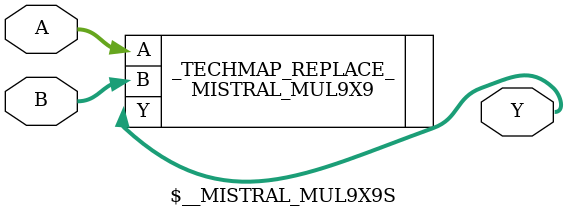
<source format=v>

module $__MISTRAL_FF_SYNCONLY (
    input DATAIN, CLK, ENA, SCLR, SLOAD, SDATA,
    output reg Q
);

MISTRAL_FF _TECHMAP_REPLACE_ (.DATAIN(DATAIN), .CLK(CLK), .ACLR(1'b1), .ENA(ENA), .SCLR(SCLR), .SLOAD(SLOAD), .SDATA(SDATA), .Q(Q));

endmodule

module $__MISTRAL_MUL27X27U (input [26:0] A, input [26:0] B, output [53:0] Y);

MISTRAL_MUL27X27 #(.A_SIGNED(0), .B_SIGNED(0)) _TECHMAP_REPLACE_ (.A(A), .B(B), .Y(Y));

endmodule

(* abc9_box *)
module $__MISTRAL_MUL27X27S (input [26:0] A, input [26:0] B, output [53:0] Y);

MISTRAL_MUL27X27 #(.A_SIGNED(1), .B_SIGNED(1)) _TECHMAP_REPLACE_ (.A(A), .B(B), .Y(Y));

endmodule

(* abc9_box *)
module $__MISTRAL_MUL18X18U (input [17:0] A, input [17:0] B, output [35:0] Y);

MISTRAL_MUL18X18 #(.A_SIGNED(0), .B_SIGNED(0)) _TECHMAP_REPLACE_ (.A(A), .B(B), .Y(Y));

endmodule

(* abc9_box *)
module $__MISTRAL_MUL18X18S (input [17:0] A, input [17:0] B, output [35:0] Y);

MISTRAL_MUL18X18 #(.A_SIGNED(1), .B_SIGNED(1)) _TECHMAP_REPLACE_ (.A(A), .B(B), .Y(Y));

endmodule

(* abc9_box *)
module $__MISTRAL_MUL9X9U (input [8:0] A, input [8:0] B, output [17:0] Y);

MISTRAL_MUL9X9 #(.A_SIGNED(0), .B_SIGNED(0)) _TECHMAP_REPLACE_ (.A(A), .B(B), .Y(Y));

endmodule

(* abc9_box *)
module $__MISTRAL_MUL9X9S (input [8:0] A, input [8:0] B, output [17:0] Y);

MISTRAL_MUL9X9 #(.A_SIGNED(1), .B_SIGNED(1)) _TECHMAP_REPLACE_ (.A(A), .B(B), .Y(Y));

endmodule

</source>
